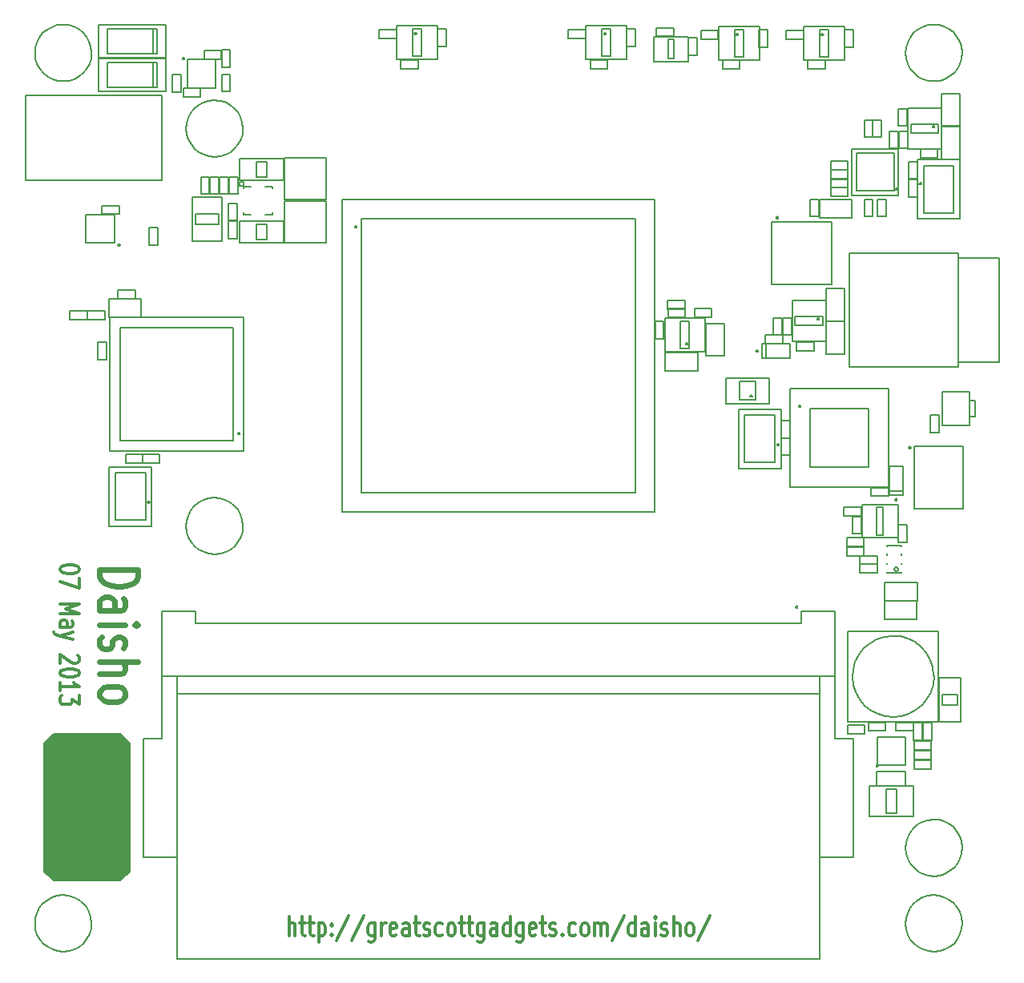
<source format=gto>
G04 (created by PCBNEW-RS274X (2012-05-21 BZR 3261)-stable) date Tue 07 May 2013 04:43:39 PM PDT*
G01*
G70*
G90*
%MOIN*%
G04 Gerber Fmt 3.4, Leading zero omitted, Abs format*
%FSLAX34Y34*%
G04 APERTURE LIST*
%ADD10C,0.006500*%
%ADD11C,0.012000*%
%ADD12C,0.024000*%
%ADD13C,0.008000*%
%ADD14C,0.005900*%
%ADD15C,0.007000*%
G04 APERTURE END LIST*
G54D10*
G54D11*
X42465Y-55639D02*
X42465Y-54839D01*
X42722Y-55639D02*
X42722Y-55220D01*
X42693Y-55144D01*
X42636Y-55105D01*
X42551Y-55105D01*
X42493Y-55144D01*
X42465Y-55182D01*
X42922Y-55105D02*
X43151Y-55105D01*
X43008Y-54839D02*
X43008Y-55525D01*
X43036Y-55601D01*
X43094Y-55639D01*
X43151Y-55639D01*
X43265Y-55105D02*
X43494Y-55105D01*
X43351Y-54839D02*
X43351Y-55525D01*
X43379Y-55601D01*
X43437Y-55639D01*
X43494Y-55639D01*
X43694Y-55105D02*
X43694Y-55905D01*
X43694Y-55144D02*
X43751Y-55105D01*
X43865Y-55105D01*
X43922Y-55144D01*
X43951Y-55182D01*
X43980Y-55258D01*
X43980Y-55486D01*
X43951Y-55563D01*
X43922Y-55601D01*
X43865Y-55639D01*
X43751Y-55639D01*
X43694Y-55601D01*
X44237Y-55563D02*
X44265Y-55601D01*
X44237Y-55639D01*
X44208Y-55601D01*
X44237Y-55563D01*
X44237Y-55639D01*
X44237Y-55144D02*
X44265Y-55182D01*
X44237Y-55220D01*
X44208Y-55182D01*
X44237Y-55144D01*
X44237Y-55220D01*
X44951Y-54801D02*
X44437Y-55829D01*
X45580Y-54801D02*
X45066Y-55829D01*
X46038Y-55105D02*
X46038Y-55753D01*
X46009Y-55829D01*
X45981Y-55867D01*
X45924Y-55905D01*
X45838Y-55905D01*
X45781Y-55867D01*
X46038Y-55601D02*
X45981Y-55639D01*
X45867Y-55639D01*
X45809Y-55601D01*
X45781Y-55563D01*
X45752Y-55486D01*
X45752Y-55258D01*
X45781Y-55182D01*
X45809Y-55144D01*
X45867Y-55105D01*
X45981Y-55105D01*
X46038Y-55144D01*
X46324Y-55639D02*
X46324Y-55105D01*
X46324Y-55258D02*
X46352Y-55182D01*
X46381Y-55144D01*
X46438Y-55105D01*
X46495Y-55105D01*
X46923Y-55601D02*
X46866Y-55639D01*
X46752Y-55639D01*
X46695Y-55601D01*
X46666Y-55525D01*
X46666Y-55220D01*
X46695Y-55144D01*
X46752Y-55105D01*
X46866Y-55105D01*
X46923Y-55144D01*
X46952Y-55220D01*
X46952Y-55296D01*
X46666Y-55372D01*
X47466Y-55639D02*
X47466Y-55220D01*
X47437Y-55144D01*
X47380Y-55105D01*
X47266Y-55105D01*
X47209Y-55144D01*
X47466Y-55601D02*
X47409Y-55639D01*
X47266Y-55639D01*
X47209Y-55601D01*
X47180Y-55525D01*
X47180Y-55448D01*
X47209Y-55372D01*
X47266Y-55334D01*
X47409Y-55334D01*
X47466Y-55296D01*
X47666Y-55105D02*
X47895Y-55105D01*
X47752Y-54839D02*
X47752Y-55525D01*
X47780Y-55601D01*
X47838Y-55639D01*
X47895Y-55639D01*
X48066Y-55601D02*
X48123Y-55639D01*
X48238Y-55639D01*
X48295Y-55601D01*
X48323Y-55525D01*
X48323Y-55486D01*
X48295Y-55410D01*
X48238Y-55372D01*
X48152Y-55372D01*
X48095Y-55334D01*
X48066Y-55258D01*
X48066Y-55220D01*
X48095Y-55144D01*
X48152Y-55105D01*
X48238Y-55105D01*
X48295Y-55144D01*
X48838Y-55601D02*
X48781Y-55639D01*
X48667Y-55639D01*
X48609Y-55601D01*
X48581Y-55563D01*
X48552Y-55486D01*
X48552Y-55258D01*
X48581Y-55182D01*
X48609Y-55144D01*
X48667Y-55105D01*
X48781Y-55105D01*
X48838Y-55144D01*
X49181Y-55639D02*
X49123Y-55601D01*
X49095Y-55563D01*
X49066Y-55486D01*
X49066Y-55258D01*
X49095Y-55182D01*
X49123Y-55144D01*
X49181Y-55105D01*
X49266Y-55105D01*
X49323Y-55144D01*
X49352Y-55182D01*
X49381Y-55258D01*
X49381Y-55486D01*
X49352Y-55563D01*
X49323Y-55601D01*
X49266Y-55639D01*
X49181Y-55639D01*
X49552Y-55105D02*
X49781Y-55105D01*
X49638Y-54839D02*
X49638Y-55525D01*
X49666Y-55601D01*
X49724Y-55639D01*
X49781Y-55639D01*
X49895Y-55105D02*
X50124Y-55105D01*
X49981Y-54839D02*
X49981Y-55525D01*
X50009Y-55601D01*
X50067Y-55639D01*
X50124Y-55639D01*
X50581Y-55105D02*
X50581Y-55753D01*
X50552Y-55829D01*
X50524Y-55867D01*
X50467Y-55905D01*
X50381Y-55905D01*
X50324Y-55867D01*
X50581Y-55601D02*
X50524Y-55639D01*
X50410Y-55639D01*
X50352Y-55601D01*
X50324Y-55563D01*
X50295Y-55486D01*
X50295Y-55258D01*
X50324Y-55182D01*
X50352Y-55144D01*
X50410Y-55105D01*
X50524Y-55105D01*
X50581Y-55144D01*
X51124Y-55639D02*
X51124Y-55220D01*
X51095Y-55144D01*
X51038Y-55105D01*
X50924Y-55105D01*
X50867Y-55144D01*
X51124Y-55601D02*
X51067Y-55639D01*
X50924Y-55639D01*
X50867Y-55601D01*
X50838Y-55525D01*
X50838Y-55448D01*
X50867Y-55372D01*
X50924Y-55334D01*
X51067Y-55334D01*
X51124Y-55296D01*
X51667Y-55639D02*
X51667Y-54839D01*
X51667Y-55601D02*
X51610Y-55639D01*
X51496Y-55639D01*
X51438Y-55601D01*
X51410Y-55563D01*
X51381Y-55486D01*
X51381Y-55258D01*
X51410Y-55182D01*
X51438Y-55144D01*
X51496Y-55105D01*
X51610Y-55105D01*
X51667Y-55144D01*
X52210Y-55105D02*
X52210Y-55753D01*
X52181Y-55829D01*
X52153Y-55867D01*
X52096Y-55905D01*
X52010Y-55905D01*
X51953Y-55867D01*
X52210Y-55601D02*
X52153Y-55639D01*
X52039Y-55639D01*
X51981Y-55601D01*
X51953Y-55563D01*
X51924Y-55486D01*
X51924Y-55258D01*
X51953Y-55182D01*
X51981Y-55144D01*
X52039Y-55105D01*
X52153Y-55105D01*
X52210Y-55144D01*
X52724Y-55601D02*
X52667Y-55639D01*
X52553Y-55639D01*
X52496Y-55601D01*
X52467Y-55525D01*
X52467Y-55220D01*
X52496Y-55144D01*
X52553Y-55105D01*
X52667Y-55105D01*
X52724Y-55144D01*
X52753Y-55220D01*
X52753Y-55296D01*
X52467Y-55372D01*
X52924Y-55105D02*
X53153Y-55105D01*
X53010Y-54839D02*
X53010Y-55525D01*
X53038Y-55601D01*
X53096Y-55639D01*
X53153Y-55639D01*
X53324Y-55601D02*
X53381Y-55639D01*
X53496Y-55639D01*
X53553Y-55601D01*
X53581Y-55525D01*
X53581Y-55486D01*
X53553Y-55410D01*
X53496Y-55372D01*
X53410Y-55372D01*
X53353Y-55334D01*
X53324Y-55258D01*
X53324Y-55220D01*
X53353Y-55144D01*
X53410Y-55105D01*
X53496Y-55105D01*
X53553Y-55144D01*
X53839Y-55563D02*
X53867Y-55601D01*
X53839Y-55639D01*
X53810Y-55601D01*
X53839Y-55563D01*
X53839Y-55639D01*
X54382Y-55601D02*
X54325Y-55639D01*
X54211Y-55639D01*
X54153Y-55601D01*
X54125Y-55563D01*
X54096Y-55486D01*
X54096Y-55258D01*
X54125Y-55182D01*
X54153Y-55144D01*
X54211Y-55105D01*
X54325Y-55105D01*
X54382Y-55144D01*
X54725Y-55639D02*
X54667Y-55601D01*
X54639Y-55563D01*
X54610Y-55486D01*
X54610Y-55258D01*
X54639Y-55182D01*
X54667Y-55144D01*
X54725Y-55105D01*
X54810Y-55105D01*
X54867Y-55144D01*
X54896Y-55182D01*
X54925Y-55258D01*
X54925Y-55486D01*
X54896Y-55563D01*
X54867Y-55601D01*
X54810Y-55639D01*
X54725Y-55639D01*
X55182Y-55639D02*
X55182Y-55105D01*
X55182Y-55182D02*
X55210Y-55144D01*
X55268Y-55105D01*
X55353Y-55105D01*
X55410Y-55144D01*
X55439Y-55220D01*
X55439Y-55639D01*
X55439Y-55220D02*
X55468Y-55144D01*
X55525Y-55105D01*
X55610Y-55105D01*
X55668Y-55144D01*
X55696Y-55220D01*
X55696Y-55639D01*
X56410Y-54801D02*
X55896Y-55829D01*
X56868Y-55639D02*
X56868Y-54839D01*
X56868Y-55601D02*
X56811Y-55639D01*
X56697Y-55639D01*
X56639Y-55601D01*
X56611Y-55563D01*
X56582Y-55486D01*
X56582Y-55258D01*
X56611Y-55182D01*
X56639Y-55144D01*
X56697Y-55105D01*
X56811Y-55105D01*
X56868Y-55144D01*
X57411Y-55639D02*
X57411Y-55220D01*
X57382Y-55144D01*
X57325Y-55105D01*
X57211Y-55105D01*
X57154Y-55144D01*
X57411Y-55601D02*
X57354Y-55639D01*
X57211Y-55639D01*
X57154Y-55601D01*
X57125Y-55525D01*
X57125Y-55448D01*
X57154Y-55372D01*
X57211Y-55334D01*
X57354Y-55334D01*
X57411Y-55296D01*
X57697Y-55639D02*
X57697Y-55105D01*
X57697Y-54839D02*
X57668Y-54877D01*
X57697Y-54915D01*
X57725Y-54877D01*
X57697Y-54839D01*
X57697Y-54915D01*
X57954Y-55601D02*
X58011Y-55639D01*
X58126Y-55639D01*
X58183Y-55601D01*
X58211Y-55525D01*
X58211Y-55486D01*
X58183Y-55410D01*
X58126Y-55372D01*
X58040Y-55372D01*
X57983Y-55334D01*
X57954Y-55258D01*
X57954Y-55220D01*
X57983Y-55144D01*
X58040Y-55105D01*
X58126Y-55105D01*
X58183Y-55144D01*
X58469Y-55639D02*
X58469Y-54839D01*
X58726Y-55639D02*
X58726Y-55220D01*
X58697Y-55144D01*
X58640Y-55105D01*
X58555Y-55105D01*
X58497Y-55144D01*
X58469Y-55182D01*
X59098Y-55639D02*
X59040Y-55601D01*
X59012Y-55563D01*
X58983Y-55486D01*
X58983Y-55258D01*
X59012Y-55182D01*
X59040Y-55144D01*
X59098Y-55105D01*
X59183Y-55105D01*
X59240Y-55144D01*
X59269Y-55182D01*
X59298Y-55258D01*
X59298Y-55486D01*
X59269Y-55563D01*
X59240Y-55601D01*
X59183Y-55639D01*
X59098Y-55639D01*
X59983Y-54801D02*
X59469Y-55829D01*
X33744Y-40354D02*
X33744Y-40411D01*
X33706Y-40468D01*
X33668Y-40497D01*
X33592Y-40526D01*
X33439Y-40554D01*
X33249Y-40554D01*
X33097Y-40526D01*
X33020Y-40497D01*
X32982Y-40468D01*
X32944Y-40411D01*
X32944Y-40354D01*
X32982Y-40297D01*
X33020Y-40268D01*
X33097Y-40240D01*
X33249Y-40211D01*
X33439Y-40211D01*
X33592Y-40240D01*
X33668Y-40268D01*
X33706Y-40297D01*
X33744Y-40354D01*
X33744Y-40754D02*
X33744Y-41154D01*
X32944Y-40897D01*
X32944Y-41839D02*
X33744Y-41839D01*
X33173Y-42039D01*
X33744Y-42239D01*
X32944Y-42239D01*
X32944Y-42782D02*
X33363Y-42782D01*
X33439Y-42753D01*
X33478Y-42696D01*
X33478Y-42582D01*
X33439Y-42525D01*
X32982Y-42782D02*
X32944Y-42725D01*
X32944Y-42582D01*
X32982Y-42525D01*
X33058Y-42496D01*
X33135Y-42496D01*
X33211Y-42525D01*
X33249Y-42582D01*
X33249Y-42725D01*
X33287Y-42782D01*
X33478Y-43011D02*
X32944Y-43154D01*
X33478Y-43296D02*
X32944Y-43154D01*
X32754Y-43096D01*
X32716Y-43068D01*
X32678Y-43011D01*
X33668Y-43953D02*
X33706Y-43982D01*
X33744Y-44039D01*
X33744Y-44182D01*
X33706Y-44239D01*
X33668Y-44268D01*
X33592Y-44296D01*
X33516Y-44296D01*
X33401Y-44268D01*
X32944Y-43925D01*
X32944Y-44296D01*
X33744Y-44667D02*
X33744Y-44724D01*
X33706Y-44781D01*
X33668Y-44810D01*
X33592Y-44839D01*
X33439Y-44867D01*
X33249Y-44867D01*
X33097Y-44839D01*
X33020Y-44810D01*
X32982Y-44781D01*
X32944Y-44724D01*
X32944Y-44667D01*
X32982Y-44610D01*
X33020Y-44581D01*
X33097Y-44553D01*
X33249Y-44524D01*
X33439Y-44524D01*
X33592Y-44553D01*
X33668Y-44581D01*
X33706Y-44610D01*
X33744Y-44667D01*
X32944Y-45438D02*
X32944Y-45095D01*
X32944Y-45267D02*
X33744Y-45267D01*
X33630Y-45210D01*
X33554Y-45152D01*
X33516Y-45095D01*
X33744Y-45638D02*
X33744Y-46009D01*
X33439Y-45809D01*
X33439Y-45895D01*
X33401Y-45952D01*
X33363Y-45981D01*
X33287Y-46009D01*
X33097Y-46009D01*
X33020Y-45981D01*
X32982Y-45952D01*
X32944Y-45895D01*
X32944Y-45723D01*
X32982Y-45666D01*
X33020Y-45638D01*
G54D12*
X34588Y-40396D02*
X36188Y-40396D01*
X36188Y-40681D01*
X36112Y-40853D01*
X35960Y-40967D01*
X35807Y-41024D01*
X35503Y-41081D01*
X35274Y-41081D01*
X34969Y-41024D01*
X34817Y-40967D01*
X34665Y-40853D01*
X34588Y-40681D01*
X34588Y-40396D01*
X34588Y-42110D02*
X35426Y-42110D01*
X35579Y-42053D01*
X35655Y-41939D01*
X35655Y-41710D01*
X35579Y-41596D01*
X34665Y-42110D02*
X34588Y-41996D01*
X34588Y-41710D01*
X34665Y-41596D01*
X34817Y-41539D01*
X34969Y-41539D01*
X35122Y-41596D01*
X35198Y-41710D01*
X35198Y-41996D01*
X35274Y-42110D01*
X34588Y-42682D02*
X35655Y-42682D01*
X36188Y-42682D02*
X36112Y-42625D01*
X36036Y-42682D01*
X36112Y-42739D01*
X36188Y-42682D01*
X36036Y-42682D01*
X34665Y-43196D02*
X34588Y-43310D01*
X34588Y-43538D01*
X34665Y-43653D01*
X34817Y-43710D01*
X34893Y-43710D01*
X35046Y-43653D01*
X35122Y-43538D01*
X35122Y-43367D01*
X35198Y-43253D01*
X35350Y-43196D01*
X35426Y-43196D01*
X35579Y-43253D01*
X35655Y-43367D01*
X35655Y-43538D01*
X35579Y-43653D01*
X34588Y-44224D02*
X36188Y-44224D01*
X34588Y-44738D02*
X35426Y-44738D01*
X35579Y-44681D01*
X35655Y-44567D01*
X35655Y-44395D01*
X35579Y-44281D01*
X35503Y-44224D01*
X34588Y-45481D02*
X34665Y-45367D01*
X34741Y-45310D01*
X34893Y-45253D01*
X35350Y-45253D01*
X35503Y-45310D01*
X35579Y-45367D01*
X35655Y-45481D01*
X35655Y-45653D01*
X35579Y-45767D01*
X35503Y-45824D01*
X35350Y-45881D01*
X34893Y-45881D01*
X34741Y-45824D01*
X34665Y-45767D01*
X34588Y-45653D01*
X34588Y-45481D01*
G54D13*
X40551Y-22047D02*
X40528Y-22276D01*
X40461Y-22497D01*
X40353Y-22700D01*
X40208Y-22879D01*
X40030Y-23026D01*
X39827Y-23135D01*
X39607Y-23203D01*
X39378Y-23227D01*
X39149Y-23207D01*
X38928Y-23142D01*
X38724Y-23035D01*
X38544Y-22890D01*
X38396Y-22714D01*
X38285Y-22512D01*
X38215Y-22292D01*
X38190Y-22063D01*
X38209Y-21834D01*
X38272Y-21613D01*
X38378Y-21408D01*
X38521Y-21227D01*
X38696Y-21078D01*
X38898Y-20965D01*
X39117Y-20894D01*
X39346Y-20867D01*
X39575Y-20884D01*
X39797Y-20946D01*
X40002Y-21050D01*
X40184Y-21192D01*
X40335Y-21367D01*
X40448Y-21567D01*
X40521Y-21786D01*
X40550Y-22015D01*
X40551Y-22047D01*
X34252Y-18898D02*
X34229Y-19127D01*
X34162Y-19348D01*
X34054Y-19551D01*
X33909Y-19730D01*
X33731Y-19877D01*
X33528Y-19986D01*
X33308Y-20054D01*
X33079Y-20078D01*
X32850Y-20058D01*
X32629Y-19993D01*
X32425Y-19886D01*
X32245Y-19741D01*
X32097Y-19565D01*
X31986Y-19363D01*
X31916Y-19143D01*
X31891Y-18914D01*
X31910Y-18685D01*
X31973Y-18464D01*
X32079Y-18259D01*
X32222Y-18078D01*
X32397Y-17929D01*
X32599Y-17816D01*
X32818Y-17745D01*
X33047Y-17718D01*
X33276Y-17735D01*
X33498Y-17797D01*
X33703Y-17901D01*
X33885Y-18043D01*
X34036Y-18218D01*
X34149Y-18418D01*
X34222Y-18637D01*
X34251Y-18866D01*
X34252Y-18898D01*
X70472Y-18898D02*
X70449Y-19127D01*
X70382Y-19348D01*
X70274Y-19551D01*
X70129Y-19730D01*
X69951Y-19877D01*
X69748Y-19986D01*
X69528Y-20054D01*
X69299Y-20078D01*
X69070Y-20058D01*
X68849Y-19993D01*
X68645Y-19886D01*
X68465Y-19741D01*
X68317Y-19565D01*
X68206Y-19363D01*
X68136Y-19143D01*
X68111Y-18914D01*
X68130Y-18685D01*
X68193Y-18464D01*
X68299Y-18259D01*
X68442Y-18078D01*
X68617Y-17929D01*
X68819Y-17816D01*
X69038Y-17745D01*
X69267Y-17718D01*
X69496Y-17735D01*
X69718Y-17797D01*
X69923Y-17901D01*
X70105Y-18043D01*
X70256Y-18218D01*
X70369Y-18418D01*
X70442Y-18637D01*
X70471Y-18866D01*
X70472Y-18898D01*
X40551Y-38583D02*
X40528Y-38812D01*
X40461Y-39033D01*
X40353Y-39236D01*
X40208Y-39415D01*
X40030Y-39562D01*
X39827Y-39671D01*
X39607Y-39739D01*
X39378Y-39763D01*
X39149Y-39743D01*
X38928Y-39678D01*
X38724Y-39571D01*
X38544Y-39426D01*
X38396Y-39250D01*
X38285Y-39048D01*
X38215Y-38828D01*
X38190Y-38599D01*
X38209Y-38370D01*
X38272Y-38149D01*
X38378Y-37944D01*
X38521Y-37763D01*
X38696Y-37614D01*
X38898Y-37501D01*
X39117Y-37430D01*
X39346Y-37403D01*
X39575Y-37420D01*
X39797Y-37482D01*
X40002Y-37586D01*
X40184Y-37728D01*
X40335Y-37903D01*
X40448Y-38103D01*
X40521Y-38322D01*
X40550Y-38551D01*
X40551Y-38583D01*
X34252Y-55118D02*
X34229Y-55347D01*
X34162Y-55568D01*
X34054Y-55771D01*
X33909Y-55950D01*
X33731Y-56097D01*
X33528Y-56206D01*
X33308Y-56274D01*
X33079Y-56298D01*
X32850Y-56278D01*
X32629Y-56213D01*
X32425Y-56106D01*
X32245Y-55961D01*
X32097Y-55785D01*
X31986Y-55583D01*
X31916Y-55363D01*
X31891Y-55134D01*
X31910Y-54905D01*
X31973Y-54684D01*
X32079Y-54479D01*
X32222Y-54298D01*
X32397Y-54149D01*
X32599Y-54036D01*
X32818Y-53965D01*
X33047Y-53938D01*
X33276Y-53955D01*
X33498Y-54017D01*
X33703Y-54121D01*
X33885Y-54263D01*
X34036Y-54438D01*
X34149Y-54638D01*
X34222Y-54857D01*
X34251Y-55086D01*
X34252Y-55118D01*
X70472Y-51968D02*
X70449Y-52197D01*
X70382Y-52418D01*
X70274Y-52621D01*
X70129Y-52800D01*
X69951Y-52947D01*
X69748Y-53056D01*
X69528Y-53124D01*
X69299Y-53148D01*
X69070Y-53128D01*
X68849Y-53063D01*
X68645Y-52956D01*
X68465Y-52811D01*
X68317Y-52635D01*
X68206Y-52433D01*
X68136Y-52213D01*
X68111Y-51984D01*
X68130Y-51755D01*
X68193Y-51534D01*
X68299Y-51329D01*
X68442Y-51148D01*
X68617Y-50999D01*
X68819Y-50886D01*
X69038Y-50815D01*
X69267Y-50788D01*
X69496Y-50805D01*
X69718Y-50867D01*
X69923Y-50971D01*
X70105Y-51113D01*
X70256Y-51288D01*
X70369Y-51488D01*
X70442Y-51707D01*
X70471Y-51936D01*
X70472Y-51968D01*
X70472Y-55118D02*
X70449Y-55347D01*
X70382Y-55568D01*
X70274Y-55771D01*
X70129Y-55950D01*
X69951Y-56097D01*
X69748Y-56206D01*
X69528Y-56274D01*
X69299Y-56298D01*
X69070Y-56278D01*
X68849Y-56213D01*
X68645Y-56106D01*
X68465Y-55961D01*
X68317Y-55785D01*
X68206Y-55583D01*
X68136Y-55363D01*
X68111Y-55134D01*
X68130Y-54905D01*
X68193Y-54684D01*
X68299Y-54479D01*
X68442Y-54298D01*
X68617Y-54149D01*
X68819Y-54036D01*
X69038Y-53965D01*
X69267Y-53938D01*
X69496Y-53955D01*
X69718Y-54017D01*
X69923Y-54121D01*
X70105Y-54263D01*
X70256Y-54438D01*
X70369Y-54638D01*
X70442Y-54857D01*
X70471Y-55086D01*
X70472Y-55118D01*
X66977Y-48544D02*
X66976Y-48551D01*
X66973Y-48559D01*
X66970Y-48566D01*
X66965Y-48572D01*
X66959Y-48577D01*
X66952Y-48580D01*
X66945Y-48583D01*
X66937Y-48583D01*
X66930Y-48583D01*
X66923Y-48581D01*
X66916Y-48577D01*
X66910Y-48572D01*
X66904Y-48566D01*
X66901Y-48559D01*
X66898Y-48552D01*
X66898Y-48544D01*
X66898Y-48537D01*
X66900Y-48530D01*
X66904Y-48523D01*
X66909Y-48517D01*
X66915Y-48512D01*
X66921Y-48508D01*
X66929Y-48505D01*
X66937Y-48505D01*
X66943Y-48505D01*
X66951Y-48507D01*
X66958Y-48511D01*
X66964Y-48516D01*
X66969Y-48521D01*
X66973Y-48528D01*
X66976Y-48536D01*
X66976Y-48543D01*
X66977Y-48544D01*
X66927Y-48544D02*
X66927Y-47362D01*
X66927Y-47362D02*
X68109Y-47362D01*
X68109Y-47362D02*
X68109Y-48544D01*
X68109Y-48544D02*
X66927Y-48544D01*
X61151Y-18130D02*
X61150Y-18137D01*
X61148Y-18144D01*
X61144Y-18151D01*
X61139Y-18157D01*
X61133Y-18162D01*
X61127Y-18165D01*
X61119Y-18168D01*
X61112Y-18168D01*
X61105Y-18168D01*
X61098Y-18166D01*
X61091Y-18162D01*
X61085Y-18157D01*
X61080Y-18152D01*
X61077Y-18145D01*
X61074Y-18138D01*
X61074Y-18130D01*
X61074Y-18123D01*
X61076Y-18116D01*
X61080Y-18109D01*
X61084Y-18103D01*
X61090Y-18098D01*
X61097Y-18095D01*
X61104Y-18092D01*
X61112Y-18092D01*
X61118Y-18092D01*
X61126Y-18094D01*
X61132Y-18098D01*
X61138Y-18102D01*
X61143Y-18108D01*
X61147Y-18115D01*
X61150Y-18122D01*
X61150Y-18129D01*
X61151Y-18130D01*
X60335Y-17805D02*
X62027Y-17805D01*
X62027Y-17805D02*
X62027Y-19203D01*
X62027Y-19203D02*
X60335Y-19203D01*
X60335Y-19203D02*
X60335Y-17805D01*
X60994Y-17933D02*
X61368Y-17933D01*
X61368Y-17933D02*
X61368Y-19075D01*
X61368Y-19075D02*
X60994Y-19075D01*
X60994Y-19075D02*
X60994Y-17933D01*
X47765Y-18091D02*
X47764Y-18098D01*
X47762Y-18105D01*
X47758Y-18112D01*
X47753Y-18118D01*
X47747Y-18123D01*
X47741Y-18126D01*
X47733Y-18129D01*
X47726Y-18129D01*
X47719Y-18129D01*
X47712Y-18127D01*
X47705Y-18123D01*
X47699Y-18118D01*
X47694Y-18113D01*
X47691Y-18106D01*
X47688Y-18099D01*
X47688Y-18091D01*
X47688Y-18084D01*
X47690Y-18077D01*
X47694Y-18070D01*
X47698Y-18064D01*
X47704Y-18059D01*
X47711Y-18056D01*
X47718Y-18053D01*
X47726Y-18053D01*
X47732Y-18053D01*
X47740Y-18055D01*
X47746Y-18059D01*
X47752Y-18063D01*
X47757Y-18069D01*
X47761Y-18076D01*
X47764Y-18083D01*
X47764Y-18090D01*
X47765Y-18091D01*
X46949Y-17766D02*
X48641Y-17766D01*
X48641Y-17766D02*
X48641Y-19164D01*
X48641Y-19164D02*
X46949Y-19164D01*
X46949Y-19164D02*
X46949Y-17766D01*
X47608Y-17894D02*
X47982Y-17894D01*
X47982Y-17894D02*
X47982Y-19036D01*
X47982Y-19036D02*
X47608Y-19036D01*
X47608Y-19036D02*
X47608Y-17894D01*
X55639Y-18091D02*
X55638Y-18098D01*
X55636Y-18105D01*
X55632Y-18112D01*
X55627Y-18118D01*
X55621Y-18123D01*
X55615Y-18126D01*
X55607Y-18129D01*
X55600Y-18129D01*
X55593Y-18129D01*
X55586Y-18127D01*
X55579Y-18123D01*
X55573Y-18118D01*
X55568Y-18113D01*
X55565Y-18106D01*
X55562Y-18099D01*
X55562Y-18091D01*
X55562Y-18084D01*
X55564Y-18077D01*
X55568Y-18070D01*
X55572Y-18064D01*
X55578Y-18059D01*
X55585Y-18056D01*
X55592Y-18053D01*
X55600Y-18053D01*
X55606Y-18053D01*
X55614Y-18055D01*
X55620Y-18059D01*
X55626Y-18063D01*
X55631Y-18069D01*
X55635Y-18076D01*
X55638Y-18083D01*
X55638Y-18090D01*
X55639Y-18091D01*
X54823Y-17766D02*
X56515Y-17766D01*
X56515Y-17766D02*
X56515Y-19164D01*
X56515Y-19164D02*
X54823Y-19164D01*
X54823Y-19164D02*
X54823Y-17766D01*
X55482Y-17894D02*
X55856Y-17894D01*
X55856Y-17894D02*
X55856Y-19036D01*
X55856Y-19036D02*
X55482Y-19036D01*
X55482Y-19036D02*
X55482Y-17894D01*
X64694Y-18130D02*
X64693Y-18137D01*
X64691Y-18144D01*
X64687Y-18151D01*
X64682Y-18157D01*
X64676Y-18162D01*
X64670Y-18165D01*
X64662Y-18168D01*
X64655Y-18168D01*
X64648Y-18168D01*
X64641Y-18166D01*
X64634Y-18162D01*
X64628Y-18157D01*
X64623Y-18152D01*
X64620Y-18145D01*
X64617Y-18138D01*
X64617Y-18130D01*
X64617Y-18123D01*
X64619Y-18116D01*
X64623Y-18109D01*
X64627Y-18103D01*
X64633Y-18098D01*
X64640Y-18095D01*
X64647Y-18092D01*
X64655Y-18092D01*
X64661Y-18092D01*
X64669Y-18094D01*
X64675Y-18098D01*
X64681Y-18102D01*
X64686Y-18108D01*
X64690Y-18115D01*
X64693Y-18122D01*
X64693Y-18129D01*
X64694Y-18130D01*
X63878Y-17805D02*
X65570Y-17805D01*
X65570Y-17805D02*
X65570Y-19203D01*
X65570Y-19203D02*
X63878Y-19203D01*
X63878Y-19203D02*
X63878Y-17805D01*
X64537Y-17933D02*
X64911Y-17933D01*
X64911Y-17933D02*
X64911Y-19075D01*
X64911Y-19075D02*
X64537Y-19075D01*
X64537Y-19075D02*
X64537Y-17933D01*
X67768Y-24568D02*
X67767Y-24575D01*
X67764Y-24583D01*
X67761Y-24590D01*
X67756Y-24596D01*
X67750Y-24601D01*
X67743Y-24604D01*
X67736Y-24607D01*
X67728Y-24607D01*
X67721Y-24607D01*
X67714Y-24605D01*
X67707Y-24601D01*
X67701Y-24596D01*
X67695Y-24590D01*
X67692Y-24583D01*
X67689Y-24576D01*
X67689Y-24568D01*
X67689Y-24561D01*
X67691Y-24554D01*
X67695Y-24547D01*
X67700Y-24541D01*
X67706Y-24536D01*
X67712Y-24532D01*
X67720Y-24529D01*
X67728Y-24529D01*
X67734Y-24529D01*
X67742Y-24531D01*
X67749Y-24535D01*
X67755Y-24540D01*
X67760Y-24545D01*
X67764Y-24552D01*
X67767Y-24560D01*
X67767Y-24567D01*
X67768Y-24568D01*
X67638Y-24645D02*
X66064Y-24645D01*
X66064Y-24645D02*
X66064Y-23071D01*
X66064Y-23071D02*
X67638Y-23071D01*
X67638Y-23071D02*
X67638Y-24645D01*
X67816Y-24823D02*
X65886Y-24823D01*
X65886Y-24823D02*
X65886Y-22893D01*
X65886Y-22893D02*
X67816Y-22893D01*
X67816Y-22893D02*
X67816Y-24823D01*
X61731Y-33170D02*
X61730Y-33177D01*
X61728Y-33184D01*
X61724Y-33191D01*
X61719Y-33197D01*
X61713Y-33202D01*
X61707Y-33205D01*
X61699Y-33208D01*
X61692Y-33208D01*
X61685Y-33208D01*
X61678Y-33206D01*
X61671Y-33202D01*
X61665Y-33197D01*
X61660Y-33192D01*
X61657Y-33185D01*
X61654Y-33178D01*
X61654Y-33170D01*
X61654Y-33163D01*
X61656Y-33156D01*
X61660Y-33149D01*
X61664Y-33143D01*
X61670Y-33138D01*
X61677Y-33135D01*
X61684Y-33132D01*
X61692Y-33132D01*
X61698Y-33132D01*
X61706Y-33134D01*
X61712Y-33138D01*
X61718Y-33142D01*
X61723Y-33148D01*
X61727Y-33155D01*
X61730Y-33162D01*
X61730Y-33169D01*
X61731Y-33170D01*
X62441Y-33484D02*
X60629Y-33484D01*
X60629Y-33484D02*
X60629Y-32422D01*
X60629Y-32422D02*
X62441Y-32422D01*
X62441Y-32422D02*
X62441Y-33484D01*
X61860Y-33347D02*
X61210Y-33347D01*
X61210Y-33347D02*
X61210Y-32559D01*
X61210Y-32559D02*
X61860Y-32559D01*
X61860Y-32559D02*
X61860Y-33347D01*
X62846Y-35187D02*
X62845Y-35194D01*
X62842Y-35202D01*
X62839Y-35209D01*
X62834Y-35215D01*
X62828Y-35220D01*
X62821Y-35223D01*
X62814Y-35226D01*
X62806Y-35226D01*
X62799Y-35226D01*
X62792Y-35224D01*
X62785Y-35220D01*
X62779Y-35215D01*
X62773Y-35209D01*
X62770Y-35202D01*
X62767Y-35195D01*
X62767Y-35187D01*
X62767Y-35180D01*
X62769Y-35173D01*
X62773Y-35166D01*
X62778Y-35160D01*
X62784Y-35155D01*
X62790Y-35151D01*
X62798Y-35148D01*
X62806Y-35148D01*
X62812Y-35148D01*
X62820Y-35150D01*
X62827Y-35154D01*
X62833Y-35159D01*
X62838Y-35164D01*
X62842Y-35171D01*
X62845Y-35179D01*
X62845Y-35186D01*
X62846Y-35187D01*
X62933Y-36201D02*
X62933Y-33721D01*
X61161Y-36201D02*
X61161Y-33721D01*
X62933Y-33721D02*
X61161Y-33721D01*
X62933Y-36201D02*
X61161Y-36201D01*
X62677Y-35945D02*
X62677Y-33977D01*
X61417Y-35945D02*
X61417Y-33977D01*
X62677Y-33977D02*
X61417Y-33977D01*
X62677Y-35945D02*
X61417Y-35945D01*
X36665Y-37588D02*
X36664Y-37595D01*
X36661Y-37603D01*
X36658Y-37610D01*
X36653Y-37616D01*
X36647Y-37621D01*
X36640Y-37624D01*
X36633Y-37627D01*
X36625Y-37627D01*
X36618Y-37627D01*
X36611Y-37625D01*
X36604Y-37621D01*
X36598Y-37616D01*
X36592Y-37610D01*
X36589Y-37603D01*
X36586Y-37596D01*
X36586Y-37588D01*
X36586Y-37581D01*
X36588Y-37574D01*
X36592Y-37567D01*
X36597Y-37561D01*
X36603Y-37556D01*
X36609Y-37552D01*
X36617Y-37549D01*
X36625Y-37549D01*
X36631Y-37549D01*
X36639Y-37551D01*
X36646Y-37555D01*
X36652Y-37560D01*
X36657Y-37565D01*
X36661Y-37572D01*
X36664Y-37580D01*
X36664Y-37587D01*
X36665Y-37588D01*
X36752Y-38602D02*
X36752Y-36122D01*
X34980Y-38602D02*
X34980Y-36122D01*
X36752Y-36122D02*
X34980Y-36122D01*
X36752Y-38602D02*
X34980Y-38602D01*
X36496Y-38346D02*
X36496Y-36378D01*
X35236Y-38346D02*
X35236Y-36378D01*
X36496Y-36378D02*
X35236Y-36378D01*
X36496Y-38346D02*
X35236Y-38346D01*
X68769Y-24341D02*
X68768Y-24348D01*
X68765Y-24356D01*
X68762Y-24363D01*
X68757Y-24369D01*
X68751Y-24374D01*
X68744Y-24377D01*
X68737Y-24380D01*
X68729Y-24380D01*
X68722Y-24380D01*
X68715Y-24378D01*
X68708Y-24374D01*
X68702Y-24369D01*
X68696Y-24363D01*
X68693Y-24356D01*
X68690Y-24349D01*
X68690Y-24341D01*
X68690Y-24334D01*
X68692Y-24327D01*
X68696Y-24320D01*
X68701Y-24314D01*
X68707Y-24309D01*
X68713Y-24305D01*
X68721Y-24302D01*
X68729Y-24302D01*
X68735Y-24302D01*
X68743Y-24304D01*
X68750Y-24308D01*
X68756Y-24313D01*
X68761Y-24318D01*
X68765Y-24325D01*
X68768Y-24333D01*
X68768Y-24340D01*
X68769Y-24341D01*
X68602Y-23327D02*
X68602Y-25807D01*
X70374Y-23327D02*
X70374Y-25807D01*
X68602Y-25807D02*
X70374Y-25807D01*
X68602Y-23327D02*
X70374Y-23327D01*
X68858Y-23583D02*
X68858Y-25551D01*
X70118Y-23583D02*
X70118Y-25551D01*
X68858Y-25551D02*
X70118Y-25551D01*
X68858Y-23583D02*
X70118Y-23583D01*
X69469Y-21860D02*
X69469Y-22234D01*
X69469Y-22234D02*
X68327Y-22234D01*
X68327Y-22234D02*
X68327Y-21860D01*
X68327Y-21860D02*
X69469Y-21860D01*
X69311Y-21968D02*
X69310Y-21975D01*
X69308Y-21982D01*
X69304Y-21989D01*
X69299Y-21995D01*
X69293Y-22000D01*
X69287Y-22003D01*
X69279Y-22006D01*
X69272Y-22006D01*
X69265Y-22006D01*
X69258Y-22004D01*
X69251Y-22000D01*
X69245Y-21995D01*
X69240Y-21990D01*
X69237Y-21983D01*
X69234Y-21976D01*
X69234Y-21968D01*
X69234Y-21961D01*
X69236Y-21954D01*
X69240Y-21947D01*
X69244Y-21941D01*
X69250Y-21936D01*
X69257Y-21933D01*
X69264Y-21930D01*
X69272Y-21930D01*
X69278Y-21930D01*
X69286Y-21932D01*
X69292Y-21936D01*
X69298Y-21940D01*
X69303Y-21946D01*
X69307Y-21953D01*
X69310Y-21960D01*
X69310Y-21967D01*
X69311Y-21968D01*
X69597Y-21201D02*
X69597Y-22893D01*
X69597Y-22893D02*
X68199Y-22893D01*
X68199Y-22893D02*
X68199Y-21201D01*
X68199Y-21201D02*
X69597Y-21201D01*
X59124Y-31201D02*
X58750Y-31201D01*
X58750Y-31201D02*
X58750Y-30059D01*
X58750Y-30059D02*
X59124Y-30059D01*
X59124Y-30059D02*
X59124Y-31201D01*
X59055Y-31004D02*
X59054Y-31011D01*
X59052Y-31018D01*
X59048Y-31025D01*
X59043Y-31031D01*
X59037Y-31036D01*
X59031Y-31039D01*
X59023Y-31042D01*
X59016Y-31042D01*
X59009Y-31042D01*
X59002Y-31040D01*
X58995Y-31036D01*
X58989Y-31031D01*
X58984Y-31026D01*
X58981Y-31019D01*
X58978Y-31012D01*
X58978Y-31004D01*
X58978Y-30997D01*
X58980Y-30990D01*
X58984Y-30983D01*
X58988Y-30977D01*
X58994Y-30972D01*
X59001Y-30969D01*
X59008Y-30966D01*
X59016Y-30966D01*
X59022Y-30966D01*
X59030Y-30968D01*
X59036Y-30972D01*
X59042Y-30976D01*
X59047Y-30982D01*
X59051Y-30989D01*
X59054Y-30996D01*
X59054Y-31003D01*
X59055Y-31004D01*
X59783Y-31329D02*
X58091Y-31329D01*
X58091Y-31329D02*
X58091Y-29931D01*
X58091Y-29931D02*
X59783Y-29931D01*
X59783Y-29931D02*
X59783Y-31329D01*
X64665Y-29851D02*
X64665Y-30225D01*
X64665Y-30225D02*
X63523Y-30225D01*
X63523Y-30225D02*
X63523Y-29851D01*
X63523Y-29851D02*
X64665Y-29851D01*
X64507Y-29959D02*
X64506Y-29966D01*
X64504Y-29973D01*
X64500Y-29980D01*
X64495Y-29986D01*
X64489Y-29991D01*
X64483Y-29994D01*
X64475Y-29997D01*
X64468Y-29997D01*
X64461Y-29997D01*
X64454Y-29995D01*
X64447Y-29991D01*
X64441Y-29986D01*
X64436Y-29981D01*
X64433Y-29974D01*
X64430Y-29967D01*
X64430Y-29959D01*
X64430Y-29952D01*
X64432Y-29945D01*
X64436Y-29938D01*
X64440Y-29932D01*
X64446Y-29927D01*
X64453Y-29924D01*
X64460Y-29921D01*
X64468Y-29921D01*
X64474Y-29921D01*
X64482Y-29923D01*
X64488Y-29927D01*
X64494Y-29931D01*
X64499Y-29937D01*
X64503Y-29944D01*
X64506Y-29951D01*
X64506Y-29958D01*
X64507Y-29959D01*
X64793Y-29192D02*
X64793Y-30884D01*
X64793Y-30884D02*
X63395Y-30884D01*
X63395Y-30884D02*
X63395Y-29192D01*
X63395Y-29192D02*
X64793Y-29192D01*
X68327Y-35315D02*
X68326Y-35322D01*
X68323Y-35330D01*
X68320Y-35337D01*
X68315Y-35343D01*
X68309Y-35348D01*
X68302Y-35351D01*
X68295Y-35354D01*
X68287Y-35354D01*
X68280Y-35354D01*
X68273Y-35352D01*
X68266Y-35348D01*
X68260Y-35343D01*
X68254Y-35337D01*
X68251Y-35330D01*
X68248Y-35323D01*
X68248Y-35315D01*
X68248Y-35308D01*
X68250Y-35301D01*
X68254Y-35294D01*
X68259Y-35288D01*
X68265Y-35283D01*
X68271Y-35279D01*
X68279Y-35276D01*
X68287Y-35276D01*
X68293Y-35276D01*
X68301Y-35278D01*
X68308Y-35282D01*
X68314Y-35287D01*
X68319Y-35292D01*
X68323Y-35299D01*
X68326Y-35307D01*
X68326Y-35314D01*
X68327Y-35315D01*
X68484Y-35276D02*
X70492Y-35276D01*
X70492Y-35276D02*
X70492Y-37874D01*
X70492Y-37874D02*
X68484Y-37874D01*
X68484Y-37874D02*
X68484Y-35276D01*
X69512Y-34691D02*
X69150Y-34691D01*
X69150Y-34691D02*
X69150Y-33971D01*
X69150Y-33971D02*
X69512Y-33971D01*
X69512Y-33971D02*
X69512Y-34691D01*
X70768Y-34036D02*
X71024Y-34036D01*
X71024Y-34036D02*
X71024Y-33366D01*
X71024Y-33366D02*
X70768Y-33366D01*
X69626Y-34390D02*
X69626Y-33012D01*
X69626Y-33012D02*
X70768Y-33012D01*
X70768Y-33012D02*
X70768Y-34390D01*
X70768Y-34390D02*
X69626Y-34390D01*
X62814Y-25749D02*
X62813Y-25756D01*
X62811Y-25763D01*
X62807Y-25770D01*
X62802Y-25776D01*
X62796Y-25781D01*
X62790Y-25784D01*
X62782Y-25787D01*
X62775Y-25787D01*
X62768Y-25787D01*
X62761Y-25785D01*
X62754Y-25781D01*
X62748Y-25776D01*
X62743Y-25771D01*
X62740Y-25764D01*
X62737Y-25757D01*
X62737Y-25749D01*
X62737Y-25742D01*
X62739Y-25735D01*
X62743Y-25728D01*
X62747Y-25722D01*
X62753Y-25717D01*
X62760Y-25714D01*
X62767Y-25711D01*
X62775Y-25711D01*
X62781Y-25711D01*
X62789Y-25713D01*
X62795Y-25717D01*
X62801Y-25721D01*
X62806Y-25727D01*
X62810Y-25734D01*
X62813Y-25741D01*
X62813Y-25748D01*
X62814Y-25749D01*
X62529Y-25945D02*
X65029Y-25945D01*
X65029Y-25945D02*
X65029Y-28543D01*
X65029Y-28543D02*
X62529Y-28543D01*
X62529Y-28543D02*
X62529Y-25945D01*
X67756Y-37481D02*
X67755Y-37488D01*
X67752Y-37496D01*
X67749Y-37503D01*
X67744Y-37509D01*
X67738Y-37514D01*
X67731Y-37517D01*
X67724Y-37520D01*
X67716Y-37520D01*
X67709Y-37520D01*
X67702Y-37518D01*
X67695Y-37514D01*
X67689Y-37509D01*
X67683Y-37503D01*
X67680Y-37496D01*
X67677Y-37489D01*
X67677Y-37481D01*
X67677Y-37474D01*
X67679Y-37467D01*
X67683Y-37460D01*
X67688Y-37454D01*
X67694Y-37449D01*
X67700Y-37445D01*
X67708Y-37442D01*
X67716Y-37442D01*
X67722Y-37442D01*
X67730Y-37444D01*
X67737Y-37448D01*
X67743Y-37453D01*
X67748Y-37458D01*
X67752Y-37465D01*
X67755Y-37473D01*
X67755Y-37480D01*
X67756Y-37481D01*
X67431Y-37116D02*
X68001Y-37116D01*
X67431Y-37284D02*
X67431Y-36102D01*
X67431Y-36102D02*
X68001Y-36102D01*
X68001Y-36102D02*
X68001Y-37284D01*
X68001Y-37284D02*
X67431Y-37284D01*
X61968Y-31299D02*
X61967Y-31306D01*
X61964Y-31314D01*
X61961Y-31321D01*
X61956Y-31327D01*
X61950Y-31332D01*
X61943Y-31335D01*
X61936Y-31338D01*
X61928Y-31338D01*
X61921Y-31338D01*
X61914Y-31336D01*
X61907Y-31332D01*
X61901Y-31327D01*
X61895Y-31321D01*
X61892Y-31314D01*
X61889Y-31307D01*
X61889Y-31299D01*
X61889Y-31292D01*
X61891Y-31285D01*
X61895Y-31278D01*
X61900Y-31272D01*
X61906Y-31267D01*
X61912Y-31263D01*
X61920Y-31260D01*
X61928Y-31260D01*
X61934Y-31260D01*
X61942Y-31262D01*
X61949Y-31266D01*
X61955Y-31271D01*
X61960Y-31276D01*
X61964Y-31283D01*
X61967Y-31291D01*
X61967Y-31298D01*
X61968Y-31299D01*
X62293Y-31014D02*
X62293Y-31584D01*
X62125Y-31014D02*
X63307Y-31014D01*
X63307Y-31014D02*
X63307Y-31584D01*
X63307Y-31584D02*
X62125Y-31584D01*
X62125Y-31584D02*
X62125Y-31014D01*
X66687Y-37346D02*
X66687Y-36984D01*
X66687Y-36984D02*
X67407Y-36984D01*
X67407Y-36984D02*
X67407Y-37346D01*
X67407Y-37346D02*
X66687Y-37346D01*
X62998Y-30646D02*
X62998Y-31008D01*
X62998Y-31008D02*
X62278Y-31008D01*
X62278Y-31008D02*
X62278Y-30646D01*
X62278Y-30646D02*
X62998Y-30646D01*
X59065Y-19262D02*
X57627Y-19262D01*
X57627Y-19262D02*
X57627Y-18218D01*
X57627Y-18218D02*
X59065Y-18218D01*
X59065Y-18218D02*
X59065Y-19262D01*
X58464Y-19134D02*
X58228Y-19134D01*
X58228Y-19134D02*
X58228Y-18346D01*
X58228Y-18346D02*
X58464Y-18346D01*
X58464Y-18346D02*
X58464Y-19134D01*
X37343Y-19104D02*
X34547Y-19104D01*
X34547Y-19104D02*
X34547Y-17746D01*
X34547Y-17746D02*
X37343Y-17746D01*
X37343Y-17746D02*
X37343Y-19104D01*
X36811Y-18937D02*
X36811Y-17913D01*
X36969Y-18937D02*
X34921Y-18937D01*
X34921Y-18937D02*
X34921Y-17913D01*
X34921Y-17913D02*
X36969Y-17913D01*
X36969Y-17913D02*
X36969Y-18937D01*
X37343Y-20482D02*
X34547Y-20482D01*
X34547Y-20482D02*
X34547Y-19124D01*
X34547Y-19124D02*
X37343Y-19124D01*
X37343Y-19124D02*
X37343Y-20482D01*
X36811Y-20315D02*
X36811Y-19291D01*
X36969Y-20315D02*
X34921Y-20315D01*
X34921Y-20315D02*
X34921Y-19291D01*
X34921Y-19291D02*
X36969Y-19291D01*
X36969Y-19291D02*
X36969Y-20315D01*
X58470Y-17850D02*
X58470Y-18212D01*
X58470Y-18212D02*
X57750Y-18212D01*
X57750Y-18212D02*
X57750Y-17850D01*
X57750Y-17850D02*
X58470Y-17850D01*
X68592Y-41683D02*
X67234Y-41683D01*
X67234Y-41683D02*
X67234Y-40915D01*
X67234Y-40915D02*
X68592Y-40915D01*
X68592Y-40915D02*
X68592Y-41683D01*
X66918Y-48800D02*
X68118Y-48800D01*
X68118Y-48800D02*
X68118Y-49390D01*
X68118Y-49390D02*
X66918Y-49390D01*
X66918Y-49390D02*
X66918Y-48800D01*
X67816Y-40373D02*
X67814Y-40388D01*
X67809Y-40403D01*
X67802Y-40417D01*
X67792Y-40430D01*
X67780Y-40440D01*
X67766Y-40447D01*
X67751Y-40452D01*
X67735Y-40453D01*
X67720Y-40452D01*
X67705Y-40448D01*
X67691Y-40440D01*
X67679Y-40430D01*
X67669Y-40418D01*
X67661Y-40404D01*
X67656Y-40389D01*
X67655Y-40374D01*
X67656Y-40359D01*
X67660Y-40344D01*
X67667Y-40330D01*
X67677Y-40317D01*
X67689Y-40307D01*
X67703Y-40299D01*
X67718Y-40294D01*
X67734Y-40293D01*
X67749Y-40294D01*
X67764Y-40298D01*
X67778Y-40305D01*
X67790Y-40315D01*
X67801Y-40327D01*
X67808Y-40341D01*
X67813Y-40356D01*
X67815Y-40371D01*
X67816Y-40373D01*
X67342Y-39803D02*
X67342Y-39743D01*
X67342Y-40177D02*
X67342Y-40117D01*
X67932Y-40117D02*
X67932Y-40177D01*
X67932Y-39743D02*
X67932Y-39803D01*
X67342Y-39389D02*
X67342Y-39429D01*
X67342Y-39389D02*
X67932Y-39389D01*
X67932Y-39389D02*
X67932Y-39429D01*
X67342Y-40531D02*
X67342Y-40491D01*
X67342Y-40531D02*
X67932Y-40531D01*
X67932Y-40531D02*
X67932Y-40491D01*
X64528Y-25010D02*
X65866Y-25010D01*
X65866Y-25010D02*
X65866Y-25778D01*
X65866Y-25778D02*
X64528Y-25778D01*
X64528Y-25778D02*
X64528Y-25010D01*
X36319Y-29892D02*
X34981Y-29892D01*
X34981Y-29892D02*
X34981Y-29124D01*
X34981Y-29124D02*
X36319Y-29124D01*
X36319Y-29124D02*
X36319Y-29892D01*
X67244Y-41702D02*
X68582Y-41702D01*
X68582Y-41702D02*
X68582Y-42470D01*
X68582Y-42470D02*
X67244Y-42470D01*
X67244Y-42470D02*
X67244Y-41702D01*
X64150Y-24996D02*
X64512Y-24996D01*
X64512Y-24996D02*
X64512Y-25712D01*
X64512Y-25712D02*
X64150Y-25712D01*
X64150Y-25712D02*
X64150Y-24996D01*
X60508Y-19551D02*
X60508Y-19189D01*
X60508Y-19189D02*
X61224Y-19189D01*
X61224Y-19189D02*
X61224Y-19551D01*
X61224Y-19551D02*
X60508Y-19551D01*
X64051Y-19551D02*
X64051Y-19189D01*
X64051Y-19189D02*
X64767Y-19189D01*
X64767Y-19189D02*
X64767Y-19551D01*
X64767Y-19551D02*
X64051Y-19551D01*
X47122Y-19551D02*
X47122Y-19189D01*
X47122Y-19189D02*
X47838Y-19189D01*
X47838Y-19189D02*
X47838Y-19551D01*
X47838Y-19551D02*
X47122Y-19551D01*
X54996Y-19551D02*
X54996Y-19189D01*
X54996Y-19189D02*
X55712Y-19189D01*
X55712Y-19189D02*
X55712Y-19551D01*
X55712Y-19551D02*
X54996Y-19551D01*
X59601Y-18331D02*
X59601Y-17969D01*
X59601Y-17969D02*
X60321Y-17969D01*
X60321Y-17969D02*
X60321Y-18331D01*
X60321Y-18331D02*
X59601Y-18331D01*
X63144Y-18331D02*
X63144Y-17969D01*
X63144Y-17969D02*
X63864Y-17969D01*
X63864Y-17969D02*
X63864Y-18331D01*
X63864Y-18331D02*
X63144Y-18331D01*
X46215Y-18291D02*
X46215Y-17929D01*
X46215Y-17929D02*
X46935Y-17929D01*
X46935Y-17929D02*
X46935Y-18291D01*
X46935Y-18291D02*
X46215Y-18291D01*
X54089Y-18291D02*
X54089Y-17929D01*
X54089Y-17929D02*
X54809Y-17929D01*
X54809Y-17929D02*
X54809Y-18291D01*
X54809Y-18291D02*
X54089Y-18291D01*
X31496Y-24213D02*
X31496Y-20669D01*
X31496Y-20669D02*
X37166Y-20669D01*
X37166Y-20669D02*
X37166Y-24213D01*
X37166Y-24213D02*
X31496Y-24213D01*
X44016Y-23268D02*
X44016Y-25000D01*
X44016Y-25000D02*
X42284Y-25000D01*
X42284Y-25000D02*
X42284Y-23268D01*
X42284Y-23268D02*
X44016Y-23268D01*
X44016Y-25079D02*
X44016Y-26811D01*
X44016Y-26811D02*
X42284Y-26811D01*
X42284Y-26811D02*
X42284Y-25079D01*
X42284Y-25079D02*
X44016Y-25079D01*
X40423Y-25886D02*
X42253Y-25886D01*
X42253Y-25886D02*
X42253Y-26792D01*
X42253Y-26792D02*
X40423Y-26792D01*
X40423Y-26792D02*
X40423Y-25886D01*
X41121Y-26024D02*
X41555Y-26024D01*
X41555Y-26024D02*
X41555Y-26654D01*
X41555Y-26654D02*
X41121Y-26654D01*
X41121Y-26654D02*
X41121Y-26024D01*
X42253Y-24193D02*
X40423Y-24193D01*
X40423Y-24193D02*
X40423Y-23287D01*
X40423Y-23287D02*
X42253Y-23287D01*
X42253Y-23287D02*
X42253Y-24193D01*
X41555Y-24055D02*
X41121Y-24055D01*
X41121Y-24055D02*
X41121Y-23425D01*
X41121Y-23425D02*
X41555Y-23425D01*
X41555Y-23425D02*
X41555Y-24055D01*
X39685Y-24912D02*
X39685Y-26742D01*
X39685Y-26742D02*
X38425Y-26742D01*
X38425Y-26742D02*
X38425Y-24912D01*
X38425Y-24912D02*
X39685Y-24912D01*
X39547Y-25610D02*
X39547Y-26044D01*
X39547Y-26044D02*
X38563Y-26044D01*
X38563Y-26044D02*
X38563Y-25610D01*
X38563Y-25610D02*
X39547Y-25610D01*
X70414Y-44912D02*
X70414Y-46742D01*
X70414Y-46742D02*
X69508Y-46742D01*
X69508Y-46742D02*
X69508Y-44912D01*
X69508Y-44912D02*
X70414Y-44912D01*
X70276Y-45610D02*
X70276Y-46044D01*
X70276Y-46044D02*
X69646Y-46044D01*
X69646Y-46044D02*
X69646Y-45610D01*
X69646Y-45610D02*
X70276Y-45610D01*
X66603Y-49409D02*
X68433Y-49409D01*
X68433Y-49409D02*
X68433Y-50669D01*
X68433Y-50669D02*
X66603Y-50669D01*
X66603Y-50669D02*
X66603Y-49409D01*
X67301Y-49547D02*
X67735Y-49547D01*
X67735Y-49547D02*
X67735Y-50531D01*
X67735Y-50531D02*
X67301Y-50531D01*
X67301Y-50531D02*
X67301Y-49547D01*
X39976Y-24051D02*
X40338Y-24051D01*
X40338Y-24051D02*
X40338Y-24767D01*
X40338Y-24767D02*
X39976Y-24767D01*
X39976Y-24767D02*
X39976Y-24051D01*
X62614Y-29916D02*
X62976Y-29916D01*
X62976Y-29916D02*
X62976Y-30636D01*
X62976Y-30636D02*
X62614Y-30636D01*
X62614Y-30636D02*
X62614Y-29916D01*
X67457Y-22160D02*
X67819Y-22160D01*
X67819Y-22160D02*
X67819Y-22880D01*
X67819Y-22880D02*
X67457Y-22880D01*
X67457Y-22880D02*
X67457Y-22160D01*
X63577Y-31282D02*
X63577Y-30920D01*
X63577Y-30920D02*
X64297Y-30920D01*
X64297Y-30920D02*
X64297Y-31282D01*
X64297Y-31282D02*
X63577Y-31282D01*
X68734Y-23252D02*
X68734Y-22890D01*
X68734Y-22890D02*
X69454Y-22890D01*
X69454Y-22890D02*
X69454Y-23252D01*
X69454Y-23252D02*
X68734Y-23252D01*
X65708Y-42952D02*
X69488Y-42952D01*
X69488Y-42952D02*
X69488Y-46732D01*
X69488Y-46732D02*
X65708Y-46732D01*
X65708Y-46732D02*
X65708Y-42952D01*
X69291Y-44842D02*
X69258Y-45170D01*
X69163Y-45487D01*
X69008Y-45778D01*
X68799Y-46034D01*
X68544Y-46245D01*
X68254Y-46402D01*
X67938Y-46500D01*
X67609Y-46534D01*
X67281Y-46505D01*
X66964Y-46411D01*
X66671Y-46258D01*
X66414Y-46051D01*
X66202Y-45798D01*
X66042Y-45508D01*
X65942Y-45193D01*
X65906Y-44865D01*
X65933Y-44537D01*
X66024Y-44219D01*
X66175Y-43925D01*
X66381Y-43666D01*
X66632Y-43452D01*
X66921Y-43291D01*
X67235Y-43189D01*
X67563Y-43150D01*
X67891Y-43175D01*
X68210Y-43264D01*
X68505Y-43413D01*
X68765Y-43616D01*
X68981Y-43867D01*
X69144Y-44154D01*
X69248Y-44467D01*
X69290Y-44795D01*
X69291Y-44842D01*
X69616Y-21939D02*
X69616Y-20581D01*
X69616Y-20581D02*
X70384Y-20581D01*
X70384Y-20581D02*
X70384Y-21939D01*
X70384Y-21939D02*
X69616Y-21939D01*
X65581Y-30069D02*
X65581Y-31427D01*
X65581Y-31427D02*
X64813Y-31427D01*
X64813Y-31427D02*
X64813Y-30069D01*
X64813Y-30069D02*
X65581Y-30069D01*
X69616Y-23317D02*
X69616Y-21959D01*
X69616Y-21959D02*
X70384Y-21959D01*
X70384Y-21959D02*
X70384Y-23317D01*
X70384Y-23317D02*
X69616Y-23317D01*
X64813Y-30049D02*
X64813Y-28691D01*
X64813Y-28691D02*
X65581Y-28691D01*
X65581Y-28691D02*
X65581Y-30049D01*
X65581Y-30049D02*
X64813Y-30049D01*
X59812Y-31506D02*
X59812Y-30148D01*
X59812Y-30148D02*
X60580Y-30148D01*
X60580Y-30148D02*
X60580Y-31506D01*
X60580Y-31506D02*
X59812Y-31506D01*
X58101Y-31348D02*
X59459Y-31348D01*
X59459Y-31348D02*
X59459Y-32116D01*
X59459Y-32116D02*
X58101Y-32116D01*
X58101Y-32116D02*
X58101Y-31348D01*
X63008Y-29918D02*
X63370Y-29918D01*
X63370Y-29918D02*
X63370Y-30634D01*
X63370Y-30634D02*
X63008Y-30634D01*
X63008Y-30634D02*
X63008Y-29918D01*
X67850Y-22162D02*
X68212Y-22162D01*
X68212Y-22162D02*
X68212Y-22878D01*
X68212Y-22878D02*
X67850Y-22878D01*
X67850Y-22878D02*
X67850Y-22162D01*
X56874Y-18628D02*
X56512Y-18628D01*
X56512Y-18628D02*
X56512Y-17908D01*
X56512Y-17908D02*
X56874Y-17908D01*
X56874Y-17908D02*
X56874Y-18628D01*
X59071Y-18262D02*
X59433Y-18262D01*
X59433Y-18262D02*
X59433Y-18982D01*
X59433Y-18982D02*
X59071Y-18982D01*
X59071Y-18982D02*
X59071Y-18262D01*
X49000Y-18628D02*
X48638Y-18628D01*
X48638Y-18628D02*
X48638Y-17908D01*
X48638Y-17908D02*
X49000Y-17908D01*
X49000Y-17908D02*
X49000Y-18628D01*
X66423Y-46866D02*
X66423Y-47228D01*
X66423Y-47228D02*
X65703Y-47228D01*
X65703Y-47228D02*
X65703Y-46866D01*
X65703Y-46866D02*
X66423Y-46866D01*
X62386Y-18667D02*
X62024Y-18667D01*
X62024Y-18667D02*
X62024Y-17947D01*
X62024Y-17947D02*
X62386Y-17947D01*
X62386Y-17947D02*
X62386Y-18667D01*
X67811Y-21215D02*
X68173Y-21215D01*
X68173Y-21215D02*
X68173Y-21935D01*
X68173Y-21935D02*
X67811Y-21935D01*
X67811Y-21935D02*
X67811Y-21215D01*
X65929Y-18667D02*
X65567Y-18667D01*
X65567Y-18667D02*
X65567Y-17947D01*
X65567Y-17947D02*
X65929Y-17947D01*
X65929Y-17947D02*
X65929Y-18667D01*
X70295Y-31772D02*
X72008Y-31772D01*
X72008Y-31772D02*
X72008Y-27441D01*
X72008Y-27441D02*
X70295Y-27441D01*
X70295Y-31949D02*
X70295Y-27244D01*
X70295Y-27244D02*
X65787Y-27244D01*
X65787Y-27244D02*
X65787Y-31949D01*
X65787Y-31949D02*
X70295Y-31949D01*
X36992Y-26893D02*
X36630Y-26893D01*
X36630Y-26893D02*
X36630Y-26177D01*
X36630Y-26177D02*
X36992Y-26177D01*
X36992Y-26177D02*
X36992Y-26893D01*
X40021Y-20514D02*
X39659Y-20514D01*
X39659Y-20514D02*
X39659Y-19798D01*
X39659Y-19798D02*
X40021Y-19798D01*
X40021Y-19798D02*
X40021Y-20514D01*
X39659Y-18775D02*
X40021Y-18775D01*
X40021Y-18775D02*
X40021Y-19491D01*
X40021Y-19491D02*
X39659Y-19491D01*
X39659Y-19491D02*
X39659Y-18775D01*
X58941Y-29543D02*
X58941Y-29905D01*
X58941Y-29905D02*
X58225Y-29905D01*
X58225Y-29905D02*
X58225Y-29543D01*
X58225Y-29543D02*
X58941Y-29543D01*
X67287Y-46748D02*
X67287Y-47110D01*
X67287Y-47110D02*
X66571Y-47110D01*
X66571Y-47110D02*
X66571Y-46748D01*
X66571Y-46748D02*
X67287Y-46748D01*
X68427Y-46748D02*
X68427Y-47110D01*
X68427Y-47110D02*
X67711Y-47110D01*
X67711Y-47110D02*
X67711Y-46748D01*
X67711Y-46748D02*
X68427Y-46748D01*
X69177Y-47535D02*
X69177Y-47897D01*
X69177Y-47897D02*
X68461Y-47897D01*
X68461Y-47897D02*
X68461Y-47535D01*
X68461Y-47535D02*
X69177Y-47535D01*
X59325Y-29905D02*
X59325Y-29543D01*
X59325Y-29543D02*
X60045Y-29543D01*
X60045Y-29543D02*
X60045Y-29905D01*
X60045Y-29905D02*
X59325Y-29905D01*
X58943Y-29189D02*
X58943Y-29551D01*
X58943Y-29551D02*
X58223Y-29551D01*
X58223Y-29551D02*
X58223Y-29189D01*
X58223Y-29189D02*
X58943Y-29189D01*
X39189Y-24049D02*
X39551Y-24049D01*
X39551Y-24049D02*
X39551Y-24769D01*
X39551Y-24769D02*
X39189Y-24769D01*
X39189Y-24769D02*
X39189Y-24049D01*
X39945Y-24769D02*
X39583Y-24769D01*
X39583Y-24769D02*
X39583Y-24049D01*
X39583Y-24049D02*
X39945Y-24049D01*
X39945Y-24049D02*
X39945Y-24769D01*
X39157Y-24769D02*
X38795Y-24769D01*
X38795Y-24769D02*
X38795Y-24049D01*
X38795Y-24049D02*
X39157Y-24049D01*
X39157Y-24049D02*
X39157Y-24769D01*
X68441Y-46766D02*
X68803Y-46766D01*
X68803Y-46766D02*
X68803Y-47486D01*
X68803Y-47486D02*
X68441Y-47486D01*
X68441Y-47486D02*
X68441Y-46766D01*
X40299Y-25872D02*
X39937Y-25872D01*
X39937Y-25872D02*
X39937Y-25152D01*
X39937Y-25152D02*
X40299Y-25152D01*
X40299Y-25152D02*
X40299Y-25872D01*
X40299Y-26620D02*
X39937Y-26620D01*
X39937Y-26620D02*
X39937Y-25900D01*
X39937Y-25900D02*
X40299Y-25900D01*
X40299Y-25900D02*
X40299Y-26620D01*
X39649Y-18794D02*
X39649Y-19156D01*
X39649Y-19156D02*
X38929Y-19156D01*
X38929Y-19156D02*
X38929Y-18794D01*
X38929Y-18794D02*
X39649Y-18794D01*
X37976Y-20517D02*
X37614Y-20517D01*
X37614Y-20517D02*
X37614Y-19797D01*
X37614Y-19797D02*
X37976Y-19797D01*
X37976Y-19797D02*
X37976Y-20517D01*
X38782Y-20369D02*
X38782Y-20731D01*
X38782Y-20731D02*
X38062Y-20731D01*
X38062Y-20731D02*
X38062Y-20369D01*
X38062Y-20369D02*
X38782Y-20369D01*
X35399Y-25252D02*
X35399Y-25614D01*
X35399Y-25614D02*
X34679Y-25614D01*
X34679Y-25614D02*
X34679Y-25252D01*
X34679Y-25252D02*
X35399Y-25252D01*
X57693Y-30073D02*
X58055Y-30073D01*
X58055Y-30073D02*
X58055Y-30793D01*
X58055Y-30793D02*
X57693Y-30793D01*
X57693Y-30793D02*
X57693Y-30073D01*
X69179Y-48323D02*
X69179Y-48685D01*
X69179Y-48685D02*
X68459Y-48685D01*
X68459Y-48685D02*
X68459Y-48323D01*
X68459Y-48323D02*
X69179Y-48323D01*
X69179Y-47929D02*
X69179Y-48291D01*
X69179Y-48291D02*
X68459Y-48291D01*
X68459Y-48291D02*
X68459Y-47929D01*
X68459Y-47929D02*
X69179Y-47929D01*
X68835Y-46766D02*
X69197Y-46766D01*
X69197Y-46766D02*
X69197Y-47486D01*
X69197Y-47486D02*
X68835Y-47486D01*
X68835Y-47486D02*
X68835Y-46766D01*
X35433Y-26889D02*
X35432Y-26896D01*
X35429Y-26904D01*
X35426Y-26911D01*
X35421Y-26917D01*
X35415Y-26922D01*
X35408Y-26925D01*
X35401Y-26928D01*
X35393Y-26928D01*
X35386Y-26928D01*
X35379Y-26926D01*
X35372Y-26922D01*
X35366Y-26917D01*
X35360Y-26911D01*
X35357Y-26904D01*
X35354Y-26897D01*
X35354Y-26889D01*
X35354Y-26882D01*
X35356Y-26875D01*
X35360Y-26868D01*
X35365Y-26862D01*
X35371Y-26857D01*
X35377Y-26853D01*
X35385Y-26850D01*
X35393Y-26850D01*
X35399Y-26850D01*
X35407Y-26852D01*
X35414Y-26856D01*
X35420Y-26861D01*
X35425Y-26866D01*
X35429Y-26873D01*
X35432Y-26881D01*
X35432Y-26888D01*
X35433Y-26889D01*
X35197Y-26811D02*
X34015Y-26811D01*
X34015Y-26811D02*
X34015Y-25629D01*
X34015Y-25629D02*
X35197Y-25629D01*
X35197Y-25629D02*
X35197Y-26811D01*
X38107Y-19132D02*
X38106Y-19139D01*
X38104Y-19146D01*
X38100Y-19153D01*
X38095Y-19159D01*
X38089Y-19164D01*
X38083Y-19167D01*
X38075Y-19170D01*
X38068Y-19170D01*
X38061Y-19170D01*
X38054Y-19168D01*
X38047Y-19164D01*
X38041Y-19159D01*
X38036Y-19154D01*
X38033Y-19147D01*
X38030Y-19140D01*
X38030Y-19132D01*
X38030Y-19125D01*
X38032Y-19118D01*
X38036Y-19111D01*
X38040Y-19105D01*
X38046Y-19100D01*
X38053Y-19097D01*
X38060Y-19094D01*
X38068Y-19094D01*
X38074Y-19094D01*
X38082Y-19096D01*
X38088Y-19100D01*
X38094Y-19104D01*
X38099Y-19110D01*
X38103Y-19117D01*
X38106Y-19124D01*
X38106Y-19131D01*
X38107Y-19132D01*
X38225Y-19172D02*
X39407Y-19172D01*
X39407Y-19172D02*
X39407Y-20354D01*
X39407Y-20354D02*
X38225Y-20354D01*
X38225Y-20354D02*
X38225Y-19172D01*
X40590Y-24547D02*
X40590Y-24448D01*
X40886Y-24448D02*
X40590Y-24448D01*
X40590Y-24350D02*
X40588Y-24369D01*
X40582Y-24387D01*
X40573Y-24404D01*
X40561Y-24419D01*
X40546Y-24431D01*
X40529Y-24440D01*
X40511Y-24445D01*
X40492Y-24447D01*
X40474Y-24446D01*
X40456Y-24440D01*
X40439Y-24432D01*
X40424Y-24420D01*
X40412Y-24405D01*
X40402Y-24388D01*
X40397Y-24370D01*
X40395Y-24351D01*
X40396Y-24333D01*
X40401Y-24314D01*
X40410Y-24297D01*
X40422Y-24282D01*
X40437Y-24270D01*
X40453Y-24261D01*
X40471Y-24255D01*
X40490Y-24253D01*
X40509Y-24254D01*
X40527Y-24259D01*
X40544Y-24268D01*
X40559Y-24280D01*
X40572Y-24294D01*
X40581Y-24311D01*
X40587Y-24329D01*
X40589Y-24348D01*
X40590Y-24350D01*
X41772Y-24547D02*
X41772Y-24448D01*
X41772Y-24448D02*
X41476Y-24448D01*
X41476Y-25630D02*
X41772Y-25630D01*
X41772Y-25630D02*
X41772Y-25531D01*
X40590Y-25531D02*
X40590Y-25630D01*
X40590Y-25630D02*
X40886Y-25630D01*
X67307Y-25714D02*
X66945Y-25714D01*
X66945Y-25714D02*
X66945Y-24994D01*
X66945Y-24994D02*
X67307Y-24994D01*
X67307Y-24994D02*
X67307Y-25714D01*
X66756Y-25714D02*
X66394Y-25714D01*
X66394Y-25714D02*
X66394Y-24994D01*
X66394Y-24994D02*
X66756Y-24994D01*
X66756Y-24994D02*
X66756Y-25714D01*
X64994Y-24866D02*
X64994Y-24504D01*
X64994Y-24504D02*
X65714Y-24504D01*
X65714Y-24504D02*
X65714Y-24866D01*
X65714Y-24866D02*
X64994Y-24866D01*
X64994Y-24512D02*
X64994Y-24150D01*
X64994Y-24150D02*
X65714Y-24150D01*
X65714Y-24150D02*
X65714Y-24512D01*
X65714Y-24512D02*
X64994Y-24512D01*
X64994Y-24118D02*
X64994Y-23756D01*
X64994Y-23756D02*
X65714Y-23756D01*
X65714Y-23756D02*
X65714Y-24118D01*
X65714Y-24118D02*
X64994Y-24118D01*
X64994Y-23764D02*
X64994Y-23402D01*
X64994Y-23402D02*
X65714Y-23402D01*
X65714Y-23402D02*
X65714Y-23764D01*
X65714Y-23764D02*
X64994Y-23764D01*
X66394Y-21687D02*
X66756Y-21687D01*
X66756Y-21687D02*
X66756Y-22407D01*
X66756Y-22407D02*
X66394Y-22407D01*
X66394Y-22407D02*
X66394Y-21687D01*
X66748Y-21687D02*
X67110Y-21687D01*
X67110Y-21687D02*
X67110Y-22407D01*
X67110Y-22407D02*
X66748Y-22407D01*
X66748Y-22407D02*
X66748Y-21687D01*
X34866Y-31659D02*
X34504Y-31659D01*
X34504Y-31659D02*
X34504Y-30939D01*
X34504Y-30939D02*
X34866Y-30939D01*
X34866Y-30939D02*
X34866Y-31659D01*
X68606Y-24885D02*
X68244Y-24885D01*
X68244Y-24885D02*
X68244Y-24169D01*
X68244Y-24169D02*
X68606Y-24169D01*
X68606Y-24169D02*
X68606Y-24885D01*
X68606Y-24137D02*
X68244Y-24137D01*
X68244Y-24137D02*
X68244Y-23421D01*
X68244Y-23421D02*
X68606Y-23421D01*
X68606Y-23421D02*
X68606Y-24137D01*
X63740Y-33603D02*
X63739Y-33610D01*
X63736Y-33618D01*
X63733Y-33625D01*
X63728Y-33631D01*
X63722Y-33636D01*
X63715Y-33639D01*
X63708Y-33642D01*
X63700Y-33642D01*
X63693Y-33642D01*
X63686Y-33640D01*
X63679Y-33636D01*
X63673Y-33631D01*
X63667Y-33625D01*
X63664Y-33618D01*
X63661Y-33611D01*
X63661Y-33603D01*
X63661Y-33596D01*
X63663Y-33589D01*
X63667Y-33582D01*
X63672Y-33576D01*
X63678Y-33571D01*
X63684Y-33567D01*
X63692Y-33564D01*
X63700Y-33564D01*
X63706Y-33564D01*
X63714Y-33566D01*
X63721Y-33570D01*
X63727Y-33575D01*
X63732Y-33580D01*
X63736Y-33587D01*
X63739Y-33595D01*
X63739Y-33602D01*
X63740Y-33603D01*
X64134Y-33701D02*
X66574Y-33701D01*
X66574Y-33701D02*
X66574Y-36141D01*
X66574Y-36141D02*
X64134Y-36141D01*
X64134Y-36141D02*
X64134Y-33701D01*
X63307Y-32874D02*
X67401Y-32874D01*
X67401Y-32874D02*
X67401Y-36968D01*
X67401Y-36968D02*
X63307Y-36968D01*
X63307Y-36968D02*
X63307Y-32874D01*
G54D14*
X37185Y-44822D02*
X37185Y-47421D01*
X37185Y-47421D02*
X36417Y-47421D01*
X36417Y-47421D02*
X36417Y-52362D01*
X36417Y-52362D02*
X37815Y-52362D01*
X65177Y-44822D02*
X65177Y-47421D01*
X65177Y-47421D02*
X65945Y-47421D01*
X65945Y-47421D02*
X65945Y-52362D01*
X65945Y-52362D02*
X64547Y-52362D01*
X37185Y-42125D02*
X38583Y-42125D01*
X63779Y-42125D02*
X65177Y-42125D01*
X63779Y-42125D02*
X63779Y-42637D01*
X63779Y-42637D02*
X38583Y-42637D01*
X38583Y-42637D02*
X38583Y-42125D01*
X64547Y-45551D02*
X37815Y-45551D01*
X64547Y-44822D02*
X64547Y-56594D01*
X64547Y-56594D02*
X37815Y-56594D01*
X37815Y-56594D02*
X37815Y-44822D01*
X63623Y-41948D02*
X63622Y-41955D01*
X63619Y-41963D01*
X63616Y-41970D01*
X63611Y-41976D01*
X63605Y-41981D01*
X63598Y-41984D01*
X63591Y-41987D01*
X63583Y-41987D01*
X63576Y-41987D01*
X63569Y-41985D01*
X63562Y-41981D01*
X63556Y-41976D01*
X63550Y-41970D01*
X63547Y-41963D01*
X63544Y-41956D01*
X63544Y-41948D01*
X63544Y-41941D01*
X63546Y-41934D01*
X63550Y-41927D01*
X63555Y-41921D01*
X63561Y-41916D01*
X63567Y-41912D01*
X63575Y-41909D01*
X63583Y-41909D01*
X63589Y-41909D01*
X63597Y-41911D01*
X63604Y-41915D01*
X63610Y-41920D01*
X63615Y-41925D01*
X63619Y-41932D01*
X63622Y-41940D01*
X63622Y-41947D01*
X63623Y-41948D01*
X65177Y-42125D02*
X65177Y-44822D01*
X65177Y-44822D02*
X37185Y-44822D01*
X37185Y-44822D02*
X37185Y-42125D01*
G54D13*
X34089Y-29984D02*
X34089Y-29622D01*
X34089Y-29622D02*
X34809Y-29622D01*
X34809Y-29622D02*
X34809Y-29984D01*
X34809Y-29984D02*
X34089Y-29984D01*
X33341Y-29984D02*
X33341Y-29622D01*
X33341Y-29622D02*
X34061Y-29622D01*
X34061Y-29622D02*
X34061Y-29984D01*
X34061Y-29984D02*
X33341Y-29984D01*
X35351Y-29118D02*
X35351Y-28756D01*
X35351Y-28756D02*
X36067Y-28756D01*
X36067Y-28756D02*
X36067Y-29118D01*
X36067Y-29118D02*
X35351Y-29118D01*
X36382Y-35606D02*
X36382Y-35968D01*
X36382Y-35968D02*
X35666Y-35968D01*
X35666Y-35968D02*
X35666Y-35606D01*
X35666Y-35606D02*
X36382Y-35606D01*
X36374Y-35968D02*
X36374Y-35606D01*
X36374Y-35606D02*
X37090Y-35606D01*
X37090Y-35606D02*
X37090Y-35968D01*
X37090Y-35968D02*
X36374Y-35968D01*
X68173Y-39257D02*
X67811Y-39257D01*
X67811Y-39257D02*
X67811Y-38537D01*
X67811Y-38537D02*
X68173Y-38537D01*
X68173Y-38537D02*
X68173Y-39257D01*
X66934Y-39818D02*
X66934Y-40180D01*
X66934Y-40180D02*
X66214Y-40180D01*
X66214Y-40180D02*
X66214Y-39818D01*
X66214Y-39818D02*
X66934Y-39818D01*
X66383Y-39464D02*
X66383Y-39826D01*
X66383Y-39826D02*
X65663Y-39826D01*
X65663Y-39826D02*
X65663Y-39464D01*
X65663Y-39464D02*
X66383Y-39464D01*
X66383Y-39070D02*
X66383Y-39432D01*
X66383Y-39432D02*
X65663Y-39432D01*
X65663Y-39432D02*
X65663Y-39070D01*
X65663Y-39070D02*
X66383Y-39070D01*
X62929Y-34209D02*
X63291Y-34209D01*
X63291Y-34209D02*
X63291Y-34925D01*
X63291Y-34925D02*
X62929Y-34925D01*
X62929Y-34925D02*
X62929Y-34209D01*
X62929Y-34918D02*
X63291Y-34918D01*
X63291Y-34918D02*
X63291Y-35634D01*
X63291Y-35634D02*
X62929Y-35634D01*
X62929Y-35634D02*
X62929Y-34918D01*
X66265Y-37811D02*
X66265Y-38173D01*
X66265Y-38173D02*
X65545Y-38173D01*
X65545Y-38173D02*
X65545Y-37811D01*
X65545Y-37811D02*
X66265Y-37811D01*
X65921Y-38183D02*
X66283Y-38183D01*
X66283Y-38183D02*
X66283Y-38903D01*
X66283Y-38903D02*
X65921Y-38903D01*
X65921Y-38903D02*
X65921Y-38183D01*
X66216Y-40535D02*
X66216Y-40173D01*
X66216Y-40173D02*
X66932Y-40173D01*
X66932Y-40173D02*
X66932Y-40535D01*
X66932Y-40535D02*
X66216Y-40535D01*
X45275Y-26142D02*
X45274Y-26149D01*
X45272Y-26156D01*
X45268Y-26163D01*
X45263Y-26169D01*
X45257Y-26174D01*
X45251Y-26177D01*
X45243Y-26180D01*
X45236Y-26180D01*
X45229Y-26180D01*
X45222Y-26178D01*
X45215Y-26174D01*
X45209Y-26169D01*
X45204Y-26164D01*
X45201Y-26157D01*
X45198Y-26150D01*
X45198Y-26142D01*
X45198Y-26135D01*
X45200Y-26128D01*
X45204Y-26121D01*
X45208Y-26115D01*
X45214Y-26110D01*
X45221Y-26107D01*
X45228Y-26104D01*
X45236Y-26104D01*
X45242Y-26104D01*
X45250Y-26106D01*
X45256Y-26110D01*
X45262Y-26114D01*
X45267Y-26120D01*
X45271Y-26127D01*
X45274Y-26134D01*
X45274Y-26141D01*
X45275Y-26142D01*
X44685Y-25000D02*
X57677Y-25000D01*
X57677Y-25000D02*
X57677Y-37992D01*
X57677Y-37992D02*
X44685Y-37992D01*
X44685Y-37992D02*
X44685Y-25000D01*
X45472Y-25787D02*
X56890Y-25787D01*
X56890Y-25787D02*
X56890Y-37205D01*
X56890Y-37205D02*
X45472Y-37205D01*
X45472Y-37205D02*
X45472Y-25787D01*
X40412Y-34724D02*
X40411Y-34731D01*
X40409Y-34738D01*
X40405Y-34745D01*
X40400Y-34751D01*
X40394Y-34756D01*
X40388Y-34759D01*
X40380Y-34762D01*
X40373Y-34762D01*
X40366Y-34762D01*
X40359Y-34760D01*
X40352Y-34756D01*
X40346Y-34751D01*
X40341Y-34746D01*
X40338Y-34739D01*
X40335Y-34732D01*
X40335Y-34724D01*
X40335Y-34717D01*
X40337Y-34710D01*
X40341Y-34703D01*
X40345Y-34697D01*
X40351Y-34692D01*
X40358Y-34689D01*
X40365Y-34686D01*
X40373Y-34686D01*
X40379Y-34686D01*
X40387Y-34688D01*
X40393Y-34692D01*
X40399Y-34696D01*
X40404Y-34702D01*
X40408Y-34709D01*
X40411Y-34716D01*
X40411Y-34723D01*
X40412Y-34724D01*
X40157Y-35039D02*
X35433Y-35039D01*
X35433Y-35039D02*
X35433Y-30315D01*
X35433Y-30315D02*
X40157Y-30315D01*
X40157Y-30315D02*
X40157Y-35039D01*
X40571Y-35453D02*
X35019Y-35453D01*
X35019Y-35453D02*
X35019Y-29901D01*
X35019Y-29901D02*
X40571Y-29901D01*
X40571Y-29901D02*
X40571Y-35453D01*
X66299Y-37696D02*
X67795Y-37696D01*
X67795Y-37696D02*
X67795Y-39074D01*
X67795Y-39074D02*
X66299Y-39074D01*
X66299Y-39074D02*
X66299Y-37696D01*
X66919Y-37814D02*
X67175Y-37814D01*
X67175Y-37814D02*
X67175Y-38956D01*
X67175Y-38956D02*
X66919Y-38956D01*
X66919Y-38956D02*
X66919Y-37814D01*
G54D10*
G36*
X35433Y-53346D02*
X35827Y-52952D01*
X35827Y-47637D01*
X35433Y-47244D01*
X32677Y-47244D01*
X32283Y-47637D01*
X32283Y-52952D01*
X32677Y-53346D01*
X35433Y-53346D01*
X35433Y-53346D01*
G37*
G54D15*
X35433Y-53346D02*
X35827Y-52952D01*
X35827Y-47637D01*
X35433Y-47244D01*
X32677Y-47244D01*
X32283Y-47637D01*
X32283Y-52952D01*
X32677Y-53346D01*
X35433Y-53346D01*
M02*

</source>
